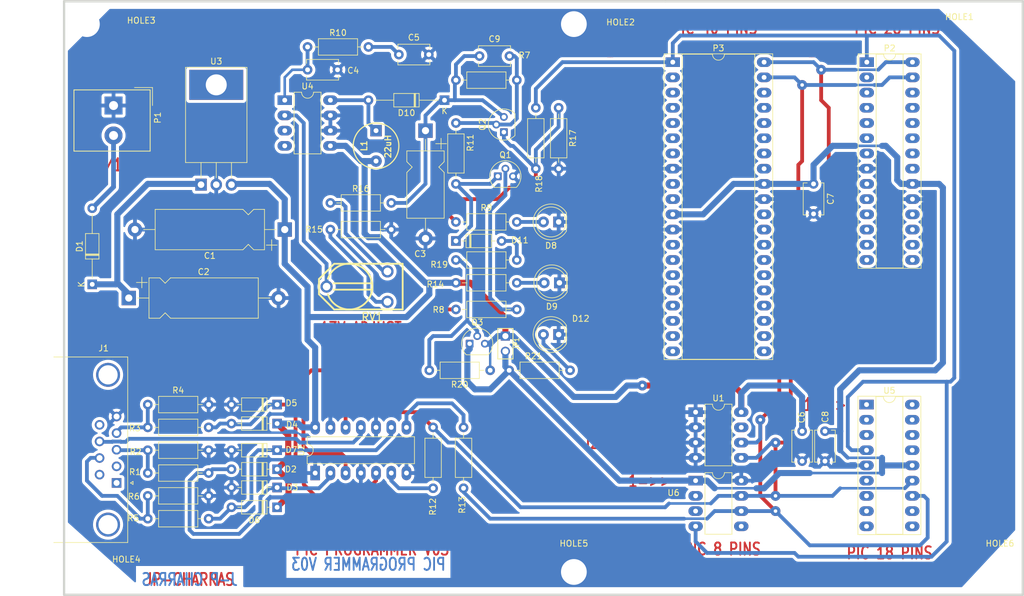
<source format=kicad_pcb>
(kicad_pcb (version 20230410) (generator pcbnew)
  (title_block (title "SERIAL PIC PROGRAMMER"))
  (layers (0 "F.Cu" signal "top_copper") (31 "B.Cu" signal "bottom_copper") (34 "B.Paste" user) (35 "F.Paste" user) (36 "B.SilkS" user "B.Silkscreen") (37 "F.SilkS" user "F.Silkscreen") (38 "B.Mask" user) (39 "F.Mask" user) (44 "Edge.Cuts" user))
  (net 0 "")
  (net 1 "Net-(D1-K)")
  (net 2 "Net-(U4-Vc)")
  (net 3 "GND")
  (net 4 "VCC")
  (net 5 "VPP")
  (net 6 "VCC_PIC")
  (net 7 "Net-(Q2-B)")
  (net 8 "/pic_programmer/PC-CLOCK-OUT")
  (net 9 "VPP-MCLR")
  (net 10 "CLOCK-RB6")
  (net 11 "DATA-RB7")
  (net 12 "Net-(D1-A)")
  (net 13 "Net-(D2-A)")
  (net 14 "Net-(C5-Pad1)")
  (net 15 "Net-(D4-A)")
  (net 16 "Net-(D6-A)")
  (net 17 "Net-(D8-A)")
  (net 18 "Net-(D9-A)")
  (net 19 "Net-(D10-A)")
  (net 20 "Net-(D11-K)")
  (net 21 "Net-(D11-A)")
  (net 22 "Net-(D12-A)")
  (net 25 "Net-(R8-Pad1)")
  (net 26 "Net-(R12-Pad1)")
  (net 27 "Net-(R13-Pad1)")
  (net 28 "Net-(R15-Pad1)")
  (net 29 "Net-(R16-Pad1)")
  (net 30 "Net-(Q1-B)")
  (net 31 "Net-(Q2-C)")
  (net 32 "/pic_programmer/VPP_ON")
  (net 33 "/pic_programmer/PC-DATA-OUT")
  (net 34 "/pic_programmer/PC-DATA-IN")
  (net 37 "Net-(Q3-B)")
  (net 38 "Net-(U4-FB+)")
  (footprint "Package_DIP:DIP-40_W15.24mm_Socket_LongPads" (layer "F.Cu") (at 175.26 50.8)
    (fp_text reference "P3")
    (fp_text value "SUPP40")
  )
  (footprint "pic_programmer_fp:MountingHole_4.3mm_M4_DIN965" (layer "F.Cu") (at 229.87 44.45)
    (fp_text reference "HOLE1")
    (fp_text value "P***")
  )
  (footprint "pic_programmer_fp:MountingHole_4.3mm_M4_DIN965" (layer "F.Cu") (at 229.87 135.89)
    (fp_text reference "HOLE6")
    (fp_text value "P***")
  )
  (footprint "pic_programmer_fp:MountingHole_4.3mm_M4_DIN965" (layer "F.Cu") (at 77.47 44.45)
    (fp_text reference "HOLE3")
    (fp_text value "P***")
  )
  (footprint "pic_programmer_fp:MountingHole_4.3mm_M4_DIN965" (layer "F.Cu") (at 77.47 135.89)
    (fp_text reference "HOLE4")
    (fp_text value "P***")
  )
  (footprint "pic_programmer_fp:MountingHole_4.3mm_M4_DIN965" (layer "F.Cu") (at 158.75 135.89)
    (fp_text reference "HOLE5")
    (fp_text value "P***")
  )
  (footprint "pic_programmer_fp:MountingHole_4.3mm_M4_DIN965" (layer "F.Cu") (at 158.75 44.45)
    (fp_text reference "HOLE2")
    (fp_text value "P***")
  )
  (footprint "Package_DIP:DIP-28_W7.62mm_Socket_LongPads" (layer "F.Cu") (at 207.645 50.8)
    (fp_text reference "P2")
    (fp_text value "SUPP28")
  )
  (footprint "Capacitor_THT:CP_Axial_L18.0mm_D6.5mm_P25.00mm_Horizontal" (layer "F.Cu") (at 110.49 78.74 180)
    (fp_text reference "C1")
    (fp_text value "100uF")
  )
  (footprint "Capacitor_THT:CP_Axial_L18.0mm_D6.5mm_P25.00mm_Horizontal" (layer "F.Cu") (at 84.455 90.17)
    (fp_text reference "C2")
    (fp_text value "220uF")
  )
  (footprint "Capacitor_THT:CP_Axial_L11.0mm_D6.0mm_P18.00mm_Horizontal" (layer "F.Cu") (at 133.985 62.23 -90)
    (fp_text reference "C3")
    (fp_text value "22uF/25V")
  )
  (footprint "Capacitor_THT:C_Disc_D5.1mm_W3.2mm_P5.00mm" (layer "F.Cu") (at 114.3 52.07)
    (fp_text reference "C4")
    (fp_text value "0")
  )
  (footprint "Capacitor_THT:C_Disc_D5.1mm_W3.2mm_P5.00mm" (layer "F.Cu") (at 129.54 49.53)
    (fp_text reference "C5")
    (fp_text value "10nF")
  )
  (footprint "Capacitor_THT:C_Disc_D5.1mm_W3.2mm_P5.00mm" (layer "F.Cu") (at 196.85 112.395 -90)
    (fp_text reference "C6")
    (fp_text value "100nF")
  )
  (footprint "Capacitor_THT:C_Disc_D5.1mm_W3.2mm_P5.00mm" (layer "F.Cu") (at 198.755 71.12 -90)
    (fp_text reference "C7")
    (fp_text value "100nF")
  )
  (footprint "Capacitor_THT:C_Disc_D5.1mm_W3.2mm_P5.00mm" (layer "F.Cu") (at 200.66 112.395 -90)
    (fp_text reference "C8")
    (fp_text value "100nF")
  )
  (footprint "Capacitor_THT:C_Disc_D5.1mm_W3.2mm_P5.00mm" (layer "F.Cu") (at 143.002 49.784)
    (fp_text reference "C9")
    (fp_text value "22OnF")
  )
  (footprint "Diode_THT:D_DO-35_SOD27_P12.70mm_Horizontal" (layer "F.Cu") (at 78.359 87.884 90)
    (fp_text reference "D1")
    (fp_text value "1N4004")
  )
  (footprint "pic_programmer_fp:D_DO-35_SOD27_P7.62mm_Horizontal" (layer "F.Cu") (at 109.22 118.745 180)
    (fp_text reference "D2")
    (fp_text value "BAT43")
  )
  (footprint "pic_programmer_fp:D_DO-35_SOD27_P7.62mm_Horizontal" (layer "F.Cu") (at 109.22 121.793 180)
    (fp_text reference "D3")
    (fp_text value "BAT43")
  )
  (footprint "pic_programmer_fp:D_DO-35_SOD27_P7.62mm_Horizontal" (layer "F.Cu") (at 109.22 111.125 180)
    (fp_text reference "D4")
    (fp_text value "BAT43")
  )
  (footprint "pic_programmer_fp:D_DO-35_SOD27_P7.62mm_Horizontal" (layer "F.Cu") (at 109.22 107.95 180)
    (fp_text reference "D5")
    (fp_text value "BAT43")
  )
  (footprint "pic_programmer_fp:D_DO-35_SOD27_P7.62mm_Horizontal" (layer "F.Cu") (at 109.22 125.095 180)
    (fp_text reference "D6")
    (fp_text value "BAT43")
  )
  (footprint "pic_programmer_fp:D_DO-35_SOD27_P7.62mm_Horizontal" (layer "F.Cu") (at 109.22 115.57 180)
    (fp_text reference "D7")
    (fp_text value "BAT43")
  )
  (footprint "LED_THT:LED_D5.0mm" (layer "F.Cu") (at 156.21 77.47 180)
    (fp_text reference "D8")
    (fp_text value "RED-LED")
  )
  (footprint "LED_THT:LED_D5.0mm" (layer "F.Cu") (at 156.337 87.63 180)
    (fp_text reference "D9")
    (fp_text value "GREEN-LED")
  )
  (footprint "Diode_THT:D_DO-35_SOD27_P12.70mm_Horizontal" (layer "F.Cu") (at 137.16 57.15 180)
    (fp_text reference "D10")
    (fp_text value "SCHOTTKY")
  )
  (footprint "pic_programmer_fp:D_DO-35_SOD27_P7.62mm_Horizontal" (layer "F.Cu") (at 139.065 80.645)
    (fp_text reference "D11")
    (fp_text value "BAT43")
  )
  (footprint "LED_THT:LED_D5.0mm" (layer "F.Cu") (at 156.21 96.266 180)
    (fp_text reference "D12")
    (fp_text value "YELLOW-LED")
  )
  (footprint "Connector_Dsub:DSUB-9_Female_Horizontal_P2.77x2.84mm_EdgePinOffset7.70mm_Housed_MountingHolesOffset9.12mm" (layer "F.Cu") (at 82.423 121.031 -90)
    (fp_text reference "J1")
    (fp_text value "DB9-FEMAL")
  )
  (footprint "pin_array:PIN_ARRAY_2X1" (layer "F.Cu") (at 147.32 97.79 -90)
    (fp_text reference "JP1")
    (fp_text value "JUMPER" hide)
  )
  (footprint "inductors:INDUCTOR_V" (layer "F.Cu") (at 125.73 64.77 -90)
    (fp_text reference "L1")
    (fp_text value "22uH")
  )
  (footprint "TerminalBlock_Altech:Altech_AK300_1x02_P5.00mm_45-Degree" (layer "F.Cu") (at 81.915 58.039 -90)
    (fp_text reference "P1")
    (fp_text value "CONN_2")
  )
  (footprint "pic_programmer_fp:TO-92" (layer "F.Cu") (at 146.05 69.85)
    (fp_text reference "Q1")
    (fp_text value "BC237")
  )
  (footprint "pic_programmer_fp:TO-92" (layer "F.Cu") (at 147.066 62.484 90)
    (fp_text reference "Q2")
    (fp_text value "BC307")
  )
  (footprint "pic_programmer_fp:TO-92" (layer "F.Cu") (at 141.351 97.79)
    (fp_text reference "Q3")
    (fp_text value "BC307")
  )
  (footprint "pic_programmer_fp:R_Axial_DIN0207_L6.3mm_D2.5mm_P10.16mm_Horizontal" (layer "F.Cu") (at 87.63 115.57)
    (fp_text reference "R2")
    (fp_text value "10K")
  )
  (footprint "pic_programmer_fp:R_Axial_DIN0207_L6.3mm_D2.5mm_P10.16mm_Horizontal" (layer "F.Cu") (at 87.63 111.76)
    (fp_text reference "R3")
    (fp_text value "10K")
  )
  (footprint "pic_programmer_fp:R_Axial_DIN0207_L6.3mm_D2.5mm_P10.16mm_Horizontal" (layer "F.Cu") (at 87.63 107.95)
    (fp_text reference "R4")
    (fp_text value "10K")
  )
  (footprint "pic_programmer_fp:R_Axial_DIN0207_L6.3mm_D2.5mm_P10.16mm_Horizontal" (layer "F.Cu") (at 87.63 127)
    (fp_text reference "R5")
    (fp_text value "10K")
  )
  (footprint "pic_programmer_fp:R_Axial_DIN0207_L6.3mm_D2.5mm_P10.16mm_Horizontal" (layer "F.Cu") (at 87.63 123.19)
    (fp_text reference "R6")
    (fp_text value "10K")
  )
  (footprint "pic_programmer_fp:R_Axial_DIN0207_L6.3mm_D2.5mm_P10.16mm_Horizontal" (layer "F.Cu") (at 139.065 53.7972)
    (fp_text reference "R7")
    (fp_text value "10K")
  )
  (footprint "pic_programmer_fp:R_Axial_DIN0207_L6.3mm_D2.5mm_P10.16mm_Horizontal" (layer "F.Cu") (at 139.065 92.075)
    (fp_text reference "R8")
    (fp_text value "1K")
  )
  (footprint "pic_programmer_fp:R_Axial_DIN0207_L6.3mm_D2.5mm_P10.16mm_Horizontal" (layer "F.Cu") (at 139.065 77.47)
    (fp_text reference "R9")
    (fp_text value "2.2K")
  )
  (footprint "pic_programmer_fp:R_Axial_DIN0207_L6.3mm_D2.5mm_P10.16mm_Horizontal" (layer "F.Cu") (at 114.3 48.26)
    (fp_text reference "R10")
    (fp_text value "5.1K")
  )
  (footprint "pic_programmer_fp:R_Axial_DIN0207_L6.3mm_D2.5mm_P10.16mm_Horizontal" (layer "F.Cu") (at 139.065 71.12 90)
    (fp_text reference "R11")
    (fp_text value "22K")
  )
  (footprint "pic_programmer_fp:R_Axial_DIN0207_L6.3mm_D2.5mm_P10.16mm_Horizontal" (layer "F.Cu") (at 135.255 121.92 90)
    (fp_text reference "R12")
    (fp_text value "470")
  )
  (footprint "pic_programmer_fp:R_Axial_DIN0207_L6.3mm_D2.5mm_P10.16mm_Horizontal" (layer "F.Cu") (at 140.335 111.76 -90)
    (fp_text reference "R13")
    (fp_text value "470")
  )
  (footprint "pic_programmer_fp:R_Axial_DIN0207_L6.3mm_D2.5mm_P10.16mm_Horizontal" (layer "F.Cu") (at 139.065 87.63)
    (fp_text reference "R14")
    (fp_text value "470")
  )
  (footprint "pic_programmer_fp:R_Axial_DIN0207_L6.3mm_D2.5mm_P10.16mm_Horizontal" (layer "F.Cu") (at 118.11 78.74)
    (fp_text reference "R15")
    (fp_text value "6.2K")
  )
  (footprint "pic_programmer_fp:R_Axial_DIN0207_L6.3mm_D2.5mm_P10.16mm_Horizontal" (layer "F.Cu") (at 156.21 58.42 -90)
    (fp_text reference "R17")
    (fp_text value "22K")
  )
  (footprint "pic_programmer_fp:R_Axial_DIN0207_L6.3mm_D2.5mm_P10.16mm_Horizontal" (layer "F.Cu") (at 152.4 68.58 90)
    (fp_text reference "R18")
    (fp_text value "220")
  )
  (footprint "pic_programmer_fp:R_Axial_DIN0207_L6.3mm_D2.5mm_P10.16mm_Horizontal" (layer "F.Cu") (at 149.225 83.82 180)
    (fp_text reference "R19")
    (fp_text value "2.2K")
  )
  (footprint "pic_programmer_fp:R_Axial_DIN0207_L6.3mm_D2.5mm_P10.16mm_Horizontal" (layer "F.Cu") (at 147.955 102.235)
    (fp_text reference "R21")
    (fp_text value "470")
  )
  (footprint "pic_programmer_fp:RV2X4" (layer "F.Cu") (at 127.635 90.805 180)
    (fp_text reference "RV1")
    (fp_text value "1K")
  )
  (footprint "Package_DIP:DIP-8_W7.62mm_LongPads" (layer "F.Cu") (at 179.07 109.22)
    (fp_text reference "U1")
    (fp_text value "24Cxx")
  )
  (footprint "Package_DIP:DIP-14_W7.62mm_LongPads" (layer "F.Cu") (at 115.57 119.38 90)
    (fp_text reference "U2")
    (fp_text value "74HC125")
  )
  (footprint "pic_programmer_fp:TO-220-3_Horizontal_TabDown" (layer "F.Cu") (at 96.52 71.247)
    (fp_text reference "U3")
    (fp_text value "7805")
  )
  (footprint "Package_DIP:DIP-8_W7.62mm_LongPads" (layer "F.Cu") (at 110.49 57.15)
    (fp_text reference "U4")
    (fp_text value "LT1373")
  )
  (footprint "Package_DIP:DIP-18_W7.62mm_Socket_LongPads" (layer "F.Cu") (at 207.6 107.95)
    (fp_text reference "U5")
    (fp_text value "PIC_18_PINS")
  )
  (footprint "Package_DIP:DIP-8_W7.62mm_LongPads" (layer "F.Cu") (at 179.07 120.65)
    (fp_text reference "U6")
    (fp_text value "PIC_8_PINS")
  )
  (footprint "pic_programmer_fp:R_Axial_DIN0207_L6.3mm_D2.5mm_P10.16mm_Horizontal" (layer "F.Cu") (at 87.63 119.38)
    (fp_text reference "R1")
    (fp_text value "10K")
  )
  (footprint "pic_programmer_fp:R_Axial_DIN0207_L6.3mm_D2.5mm_P10.16mm_Horizontal" (layer "F.Cu") (at 144.78 102.235 180)
    (fp_text reference "R20")
    (fp_text value "2.2K")
  )
  (footprint "pic_programmer_fp:R_Axial_DIN0207_L6.3mm_D2.5mm_P10.16mm_Horizontal" (layer "F.Cu") (at 118.11 74.295)
    (fp_text reference "R16")
    (fp_text value "62K")
  )
  (gr_line (start 173.99 40.64) (end 233.68 40.64) (stroke (width 0.381)) (layer "Edge.Cuts"))
  (gr_line (start 233.68 139.7) (end 73.66 139.7) (stroke (width 0.381)) (layer "Edge.Cuts"))
  (gr_line (start 73.66 40.64) (end 173.99 40.64) (stroke (width 0.381)) (layer "Edge.Cuts"))
  (gr_line (start 73.66 139.7) (end 73.66 40.64) (stroke (width 0.381)) (layer "Edge.Cuts"))
  (gr_line (start 233.68 40.64) (end 233.68 139.7) (stroke (width 0.381)) (layer "Edge.Cuts"))
  (gr_text "PIC 28 PINS" (at 212.725 45.085) (layer "F.Cu") (effects (font (size 2.032 1.524) (thickness 0.3048))))
  (gr_text "PIC 8 PINS" (at 183.515 132.08) (layer "F.Cu") (effects (font (size 2.032 1.524) (thickness 0.3048))))
  (gr_text "VCC ON" (at 163.322 96.901) (layer "F.Cu") (effects (font (size 2.032 1.524) (thickness 0.3048))))
  (gr_text "PIC PROGRAMMER V03" (at 125.095 132.08) (layer "F.Cu") (effects (font (size 2.032 1.524) (thickness 0.3048))))
  (gr_text "1=>>" (at 167.64 48.895) (layer "F.Cu") (effects (font (size 2.032 1.524) (thickness 0.3048))))
  (gr_text "PIC 40 PINS" (at 182.245 45.085) (layer "F.Cu") (effects (font (size 2.032 1.524) (thickness 0.3048))))
  (gr_text "1=>>" (at 171.45 109.22) (layer "F.Cu") (effects (font (size 2.032 1.524) (thickness 0.3048))))
  (gr_text "VPP ON" (at 163.449 76.835) (layer "F.Cu") (effects (font (size 2.032 1.524) (thickness 0.3048))))
  (gr_text "1=>>" (at 201.295 48.895) (layer "F.Cu") (effects (font (size 2.032 1.524) (thickness 0.3048))))
  (gr_text "JP-CHARRAS" (at 94.615 137.16) (layer "F.Cu") (effects (font (size 2.032 1.524) (thickness 0.3048))))
  (gr_text "I2C PROM" (at 166.37 114.3) (layer "F.Cu") (effects (font (size 2.032 1.524) (thickness 0.3048))))
  (gr_text "+8/12V" (at 81.534 67.945) (layer "F.Cu") (effects (font (size 2.032 1.524) (thickness 0.3048))))
  (gr_text "PIC 18 PINS" (at 211.455 132.715) (layer "F.Cu") (effects (font (size 2.032 1.524) (thickness 0.3048))))
  (gr_text "PWR ON" (at 163.449 88.011) (layer "F.Cu") (effects (font (size 2.032 1.524) (thickness 0.3048))))
  (gr_text "13V ADJUST" (at 123.19 95.25) (layer "F.Cu") (effects (font (size 2.032 1.524) (thickness 0.3048))))
  (gr_text "1=>>" (at 171.45 120.65) (layer "F.Cu") (effects (font (size 2.032 1.524) (thickness 0.3048))))
  (gr_text "1=>>" (at 200.66 107.95) (layer "F.Cu") (effects (font (size 2.032 1.524) (thickness 0.3048))))
  (gr_text "PIC PROGRAMMER V03" (at 124.46 134.62) (layer "B.Cu") (effects (font (size 2.032 1.524) (thickness 0.3048)) (justify mirror)))
  (gr_text "J-P CHARRAS" (at 94.615 137.16) (layer "B.Cu") (effects (font (size 2.032 1.524) (thickness 0.3048)) (justify mirror)))
  (segment (start 82.55 76.2) (end 87.63 71.12) (width 1.016) (layer "B.Cu") (net 1))
  (segment (start 82.296 87.884) (end 78.359 87.884) (width 1.016) (layer "B.Cu") (net 1))
  (segment (start 82.55 87.63) (end 82.55 76.2) (width 1.016) (layer "B.Cu") (net 1))
  (segment (start 84.455 89.535) (end 82.55 87.63) (width 1.016) (layer "B.Cu") (net 1))
  (segment (start 87.63 71.12) (end 96.52 71.12) (width 1.016) (layer "B.Cu") (net 1))
  (segment (start 82.55 87.63) (end 82.296 87.884) (width 1.016) (layer "B.Cu") (net 1))
  (segment (start 84.455 90.17) (end 84.455 89.535) (width 1.016) (layer "B.Cu") (net 1))
  (segment (start 114.3 48.26) (end 114.3 52.07) (width 0.635) (layer "B.Cu") (net 2))
  (segment (start 110.49 57.15) (end 110.49 53.34) (width 0.4318) (layer "B.Cu") (net 2))
  (segment (start 111.76 52.07) (end 114.3 52.07) (width 0.4318) (layer "B.Cu") (net 2))
  (segment (start 110.49 53.34) (end 111.76 52.07) (width 0.4318) (layer "B.Cu") (net 2))
  (segment (start 111.0742 116.8908) (end 109.22 118.745) (width 1.016) (layer "F.Cu") (net 4))
  (segment (start 139.065 87.63) (end 141.478 87.63) (width 1.016) (layer "F.Cu") (net 4))
  (segment (start 141.478 87.63) (end 147.32 93.472) (width 1.016) (layer "F.Cu") (net 4))
  (segment (start 111.125 120.65) (end 111.125 123.19) (width 1.016) (layer "F.Cu") (net 4))
  (segment (start 185.42 104.775) (end 186.69 106.045) (width 1.016) (layer "F.Cu") (net 4))
  (segment (start 147.32 93.472) (end 147.32 96.52) (width 1.016) (layer "F.Cu") (net 4))
  (segment (start 111.0742 113.0808) (end 111.0742 116.8908) (width 1.016) (layer "F.Cu") (net 4))
  (segment (start 110.49 112.395) (end 110.49 112.4966) (width 1.016) (layer "F.Cu") (net 4))
  (segment (start 110.49 112.4966) (end 111.0742 113.0808) (width 1.016) (layer "F.Cu") (net 4))
  (segment (start 109.22 118.745) (end 111.125 120.65) (width 1.016) (layer "F.Cu") (net 4))
  (segment (start 186.69 106.045) (end 186.69 109.22) (width 1.016) (layer "F.Cu") (net 4))
  (segment (start 111.125 123.19) (end 109.855 124.46) (width 1.016) (layer "F.Cu") (net 4))
  (segment (start 170.18 104.775) (end 185.42 104.775) (width 1.016) (layer "F.Cu") (net 4))
  (segment (start 109.22 111.125) (end 110.49 112.395) (width 1.016) (layer "F.Cu") (net 4))
  (via (at 170.18 104.775) (size 1.651) (drill 0.6) (layers "F.Cu" "B.Cu") (net 4))
  (segment (start 123.19 67.31) (end 120.65 64.77) (width 1.016) (layer "B.Cu") (net 4))
  (segment (start 101.6 71.12) (end 107.95 71.12) (width 1.016) (layer "B.Cu") (net 4))
  (segment (start 134.62 89.535) (end 134.62 87.63) (width 1.016) (layer "B.Cu") (net 4))
  (segment (start 123.825 67.31) (end 123.19 67.31) (width 1.016) (layer "B.Cu") (net 4))
  (segment (start 147.32 96.52) (end 146.05 96.52) (width 1.016) (layer "B.Cu") (net 4))
  (segment (start 158.75 106.68) (end 165.735 106.68) (width 1.016) (layer "B.Cu") (net 4))
  (segment (start 126.365 80.01) (end 124.46 80.01) (width 1.016) (layer "B.Cu") (net 4))
  (segment (start 118.11 64.77) (end 120.65 64.77) (width 1.016) (layer "B.Cu") (net 4))
  (segment (start 114.3 93.345) (end 114.3 97.155) (width 1.016) (layer "B.Cu") (net 4))
  (segment (start 114.3 93.345) (end 130.81 93.345) (width 1.016) (layer "B.Cu") (net 4))
  (segment (start 114.3 97.155) (end 115.57 98.425) (width 1.016) (layer "B.Cu") (net 4))
  (segment (start 186.69 106.045) (end 187.96 104.775) (width 1.016) (layer "B.Cu") (net 4))
  (segment (start 115.57 98.425) (end 115.57 111.76) (width 1.016) (layer "B.Cu") (net 4))
  (segment (start 130.81 93.345) (end 134.62 89.535) (width 1.016) (layer "B.Cu") (net 4))
  (segment (start 165.735 106.68) (end 167.64 104.775) (width 1.016) (layer "B.Cu") (net 4))
  (segment (start 148.59 96.52) (end 158.75 106.68) (width 1.016) (layer "B.Cu") (net 4))
  (segment (start 124.46 80.01) (end 123.825 79.375) (width 1.016) (layer "B.Cu") (net 4))
  (segment (start 113.3856 111.76) (end 115.57 111.76) (width 1.016) (layer "B.Cu") (net 4))
  (segment (start 196.85 112.395) (end 196.85 106.68) (width 1.016) (layer "B.Cu") (net 4))
  (segment (start 134.62 87.63) (end 133.985 87.63) (width 1.016) (layer "B.Cu") (net 4))
  (segment (start 146.05 96.52) (end 144.78 97.79) (width 1.016) (layer "B.Cu") (net 4))
  (segment (start 144.78 102.235) (end 144.78 97.79) (width 0.4) (layer "B.Cu") (net 4))
  (segment (start 144.78 97.79) (end 143.891 97.79) (width 1.016) (layer "B.Cu") (net 4))
  (segment (start 109.22 111.125) (end 112.7506 111.125) (width 1.016) (layer "B.Cu") (net 4))
  (segment (start 125.73 67.31) (end 123.825 67.31) (width 1.016) (layer "B.Cu") (net 4))
  (segment (start 167.64 104.775) (end 170.18 104.775) (width 1.016) (layer "B.Cu") (net 4))
  (segment (start 139.065 87.63) (end 134.62 87.63) (width 1.016) (layer "B.Cu") (net 4))
  (segment (start 114.3 88.265) (end 114.3 93.345) (width 1.016) (layer "B.Cu") (net 4))
  (segment (start 110.49 73.66) (end 107.95 71.12) (width 1.016) (layer "B.Cu") (net 4))
  (segment (start 196.85 106.68) (end 194.945 104.775) (width 1.016) (layer "B.Cu") (net 4))
  (segment (start 147.32 96.52) (end 148.59 96.52) (width 1.016) (layer "B.Cu") (net 4))
  (segment (start 186.69 109.22) (end 186.69 106.045) (width 1.016) (layer "B.Cu") (net 4))
  (segment (start 112.7506 111.125) (end 113.3856 111.76) (width 1.016) (layer "B.Cu") (net 4))
  (segment (start 133.985 87.63) (end 126.365 80.01) (width 1.016) (layer "B.Cu") (net 4))
  (segment (start 187.96 104.775) (end 194.945 104.775) (width 1.016) (layer "B.Cu") (net 4))
  (segment (start 123.825 79.375) (end 123.825 67.31) (width 1.016) (layer "B.Cu") (net 4))
  (segment (start 110.49 78.74) (end 110.49 73.66) (width 1.016) (layer "B.Cu") (net 4))
  (segment (start 110.49 84.455) (end 114.3 88.265) (width 1.016) (layer "B.Cu") (net 4))
  (segment (start 110.49 78.74) (end 110.49 84.455) (width 1.016) (layer "B.Cu") (net 4))
  (segment (start 138.8872 53.975) (end 139.065 53.7972) (width 0.635) (layer "B.Cu") (net 5))
  (segment (start 138.8872 57.15) (end 138.8872 53.975) (width 0.635) (layer "B.Cu") (net 5))
  (segment (start 137.16 57.15) (end 138.8872 57.15) (width 0.635) (layer "B.Cu") (net 5))
  (segment (start 130.81 74.295) (end 128.27 74.295) (width 0.635) (layer "B.Cu") (net 5))
  (segment (start 133.985 62.23) (end 133.985 71.12) (width 0.635) (layer "B.Cu") (net 5))
  (segment (start 138.8872 57.15) (end 143.51 57.15) (width 0.635) (layer "B.Cu") (net 5))
  (segment (start 133.985 62.23) (end 133.985 59.69) (width 0.635) (layer "B.Cu") (net 5))
  (segment (start 136.525 57.15) (end 137.16 57.15) (width 0.635) (layer "B.Cu") (net 5))
  (segment (start 133.985 71.12) (end 130.81 74.295) (width 0.635) (layer "B.Cu") (net 5))
  (segment (start 139.065 51.181) (end 140.462 49.784) (width 0.635) (layer "B.Cu") (net 5))
  (segment (start 139.065 53.7972) (end 139.065 51.181) (width 0.635) (layer "B.Cu") (net 5))
  (segment (start 143.51 57.15) (end 147.066 59.944) (width 0.635) (layer "B.Cu") (net 5))
  (segment (start 136.525 57.15) (end 133.985 59.69) (width 0.635) (layer "B.Cu") (net 5))
  (segment (start 140.462 49.784) (end 143.002 49.784) (width 0.635) (layer "B.Cu") (net 5))
  (segment (start 190.5 121.92) (end 193.04 119.38) (width 1.016) (layer "B.Cu") (net 6))
  (segment (start 204.47 116.84) (end 210.185 116.84) (width 0.4318) (layer "B.Cu") (net 6))
  (segment (start 219.075 102.235) (end 220.345 100.965) (width 1.016) (layer "B.Cu") (net 6))
  (segment (start 175.26 76.2) (end 180.34 76.2) (width 1.016) (layer "B.Cu") (net 6))
  (segment (start 185.42 71.12) (end 190.5 71.12) (width 1.016) (layer "B.Cu") (net 6))
  (segment (start 210.185 119.38) (end 210.185 118.11) (width 1.016) (layer "B.Cu") (net 6))
  (segment (start 141.351 98.679) (end 141.351 97.79) (width 1.016) (layer "B.Cu") (net 6))
  (segment (start 198.12 119.38) (end 210.185 119.38) (width 0.4318) (layer "B.Cu") (net 6))
  (segment (start 203.2 105.41) (end 203.2 112.395) (width 1.016) (layer "B.Cu") (net 6))
  (segment (start 201.93 64.77) (end 205.74 64.77) (width 1.016) (layer "B.Cu") (net 6))
  (segment (start 166.37 120.65) (end 147.955 102.235) (width 1.016) (layer "B.Cu") (net 6))
  (segment (start 179.07 120.65) (end 180.975 120.65) (width 1.016) (layer "B.Cu") (net 6))
  (segment (start 144.78 105.41) (end 142.24 105.41) (width 1.016) (layer "B.Cu") (net 6))
  (segment (start 220.345 100.965) (end 220.345 71.755) (width 1.016) (layer "B.Cu") (net 6))
  (segment (start 212.725 70.485) (end 213.36 71.12) (width 1.016) (layer "B.Cu") (net 6))
  (segment (start 213.36 71.12) (end 215.265 71.12) (width 1.016) (layer "B.Cu") (net 6))
  (segment (start 189.23 121.92) (end 190.5 121.92) (width 1.016) (layer "B.Cu") (net 6))
  (segment (start 219.71 71.12) (end 215.265 71.12) (width 1.016) (layer "B.Cu") (net 6))
  (segment (start 203.2 112.395) (end 203.2 115.57) (width 1.016) (layer "B.Cu") (net 6))
  (segment (start 203.2 105.41) (end 206.375 102.235) (width 1.016) (layer "B.Cu") (net 6))
  (segment (start 179.07 120.65) (end 166.37 120.65) (width 1.016) (layer "B.Cu") (net 6))
  (segment (start 210.185 118.11) (end 210.185 116.84) (width 1.016) (layer "B.Cu") (net 6))
  (segment (start 147.32 99.06) (end 147.32 101.6) (width 1.016) (layer "B.Cu") (net 6))
  (segment (start 200.66 112.395) (end 203.2 112.395) (width 1.016) (layer "B.Cu") (net 6))
  (segment (start 210.185 64.77) (end 210.82 64.77) (width 1.016) (layer "B.Cu") (net 6))
  (segment (start 210.82 64.77) (end 212.725 66.675) (width 1.016) (layer "B.Cu") (net 6))
  (segment (start 190.5 71.12) (end 198.755 71.12) (width 1.016) (layer "B.Cu") (net 6))
  (segment (start 140.97 99.06) (end 141.351 98.679) (width 1.016) (layer "B.Cu") (net 6))
  (segment (start 198.755 71.12) (end 198.755 67.945) (width 1.016) (layer "B.Cu") (net 6))
  (segment (start 206.375 102.235) (end 219.075 102.235) (width 1.016) (layer "B.Cu") (net 6))
  (segment (start 198.755 67.945) (end 201.93 64.77) (width 1.016) (layer "B.Cu") (net 6))
  (segment (start 142.24 105.41) (end 140.97 104.14) (width 1.016) (layer "B.Cu") (net 6))
  (segment (start 140.97 104.14) (end 140.97 99.06) (width 1.016) (layer "B.Cu") (net 6))
  (segment (start 205.74 64.77) (end 210.185 64.77) (width 0.4318) (layer "B.Cu") (net 6))
  (segment (start 182.245 121.92) (end 189.23 121.92) (width 0.4318) (layer "B.Cu") (net 6))
  (segment (start 193.04 119.38) (end 198.12 119.38) (width 1.016) (layer "B.Cu") (net 6))
  (segment (start 203.2 115.57) (end 204.47 116.84) (width 0.635) (layer "B.Cu") (net 6))
  (segment (start 147.955 102.235) (end 144.78 105.41) (width 1.016) (layer "B.Cu") (net 6))
  (segment (start 212.725 66.675) (end 212.725 70.485) (width 1.016) (layer "B.Cu") (net 6))
  (segment (start 220.345 71.755) (end 219.71 71.12) (width 1.016) (layer "B.Cu") (net 6))
  (segment (start 147.32 101.6) (end 147.955 102.235) (width 1.016) (layer "B.Cu") (net 6))
  (segment (start 210.185 118.11) (end 215.265 118.11) (width 1.016) (layer "B.Cu") (net 6))
  (segment (start 180.975 120.65) (end 182.245 121.92) (width 1.016) (layer "B.Cu") (net 6))
  (segment (start 180.34 76.2) (end 185.42 71.12) (width 1.016) (layer "B.Cu") (net 6))
  (segment (start 145.542 60.96) (end 145.796 61.214) (width 0.635) (layer "B.Cu") (net 7))
  (segment (start 149.225 60.198) (end 148.209 61.214) (width 0.635) (layer "B.Cu") (net 7))
  (segment (start 149.225 50.165) (end 149.225 60.198) (width 0.635) (layer "B.Cu") (net 7))
  (segment (start 139.065 60.96) (end 145.542 60.96) (width 0.635) (layer "B.Cu") (net 7))
  (segment (start 148.082 49.784) (end 148.844 49.784) (width 0.635) (layer "B.Cu") (net 7))
  (segment (start 148.209 61.214) (end 145.796 61.214) (width 0.635) (layer "B.Cu") (net 7))
  (segment (start 148.844 49.784) (end 149.225 50.165) (width 0.635) (layer "B.Cu") (net 7))
  (segment (start 82.55 123.19) (end 80.01 123.19) (width 0.635) (layer "B.Cu") (net 8))
  (segment (start 80.01 123.19) (end 77.47 120.65) (width 0.635) (layer "B.Cu") (net 8))
  (segment (start 77.47 117.475) (end 78.105 116.84) (width 0.635) (layer "B.Cu") (net 8))
  (segment (start 87.63 127) (end 87.63 123.19) (width 0.635) (layer "B.Cu") (net 8))
  (segment (start 78.105 116.84) (end 80.01 116.84) (width 0.635) (layer "B.Cu") (net 8))
  (segment (start 77.47 120.65) (end 77.47 117.475) (width 0.635) (layer "B.Cu") (net 8))
  (segment (start 87.63 127) (end 86.36 127) (width 0.635) (layer "B.Cu") (net 8))
  (segment (start 86.36 127) (end 82.55 123.19) (width 0.635) (layer "B.Cu") (net 8))
  (segment (start 218.44 133.35) (end 220.98 130.81) (width 0.635) (layer "B.Cu") (net 9))
  (segment (start 207.645 46.355) (end 176.53 46.355) (width 0.635) (layer "B.Cu") (net 9))
  (segment (start 222.25 48.895) (end 219.71 46.355) (width 0.635) (layer "B.Cu") (net 9))
  (segment (start 221.615 104.14) (end 220.98 104.14) (width 0.635) (layer "B.Cu") (net 9))
  (segment (start 207.645 50.8) (end 207.645 46.355) (width 0.635) (layer "B.Cu") (net 9))
  (segment (start 205.105 115.57) (end 204.47 114.935) (width 0.635) (layer "B.Cu") (net 9))
  (segment (start 207.645 115.57) (end 205.105 115.57) (width 0.635) (layer "B.Cu") (net 9))
  (segment (start 156.845 50.8) (end 152.4 55.245) (width 0.635) (layer "B.Cu") (net 9))
  (segment (start 179.07 130.81) (end 179.07 128.27) (width 0.635) (layer "B.Cu") (net 9))
  (segment (start 221.615 104.14) (end 222.25 103.505) (width 0.635) (layer "B.Cu") (net 9))
  (segment (start 222.25 48.895) (end 222.25 103.505) (width 0.635) (layer "B.Cu") (net 9))
  (segment (start 175.26 47.625) (end 176.53 46.355) (width 0.635) (layer "B.Cu") (net 9))
  (segment (start 175.26 50.8) (end 175.26 47.625) (width 0.635) (layer "B.Cu") (net 9))
  (segment (start 220.98 130.81) (end 220.98 104.14) (width 0.635) (layer "B.Cu") (net 9))
  (segment (start 195.58 132.715) (end 196.215 133.35) (width 0.635) (layer "B.Cu") (net 9))
  (segment (start 152.4 55.245) (end 152.4 58.42) (width 0.635) (layer "B.Cu") (net 9))
  (segment (start 179.07 130.81) (end 180.975 132.715) (width 0.635) (layer "B.Cu") (net 9))
  (segment (start 156.845 50.8) (end 175.26 50.8) (width 0.635) (layer "B.Cu") (net 9))
  (segment (start 204.47 114.935) (end 204.47 106.68) (width 0.635) (layer "B.Cu") (net 9))
  (segment (start 219.71 46.355) (end 207.645 46.355) (width 0.635) (layer "B.Cu") (net 9))
  (segment (start 204.47 106.68) (end 207.01 104.14) (width 0.635) (layer "B.Cu") (net 9))
  (segment (start 196.215 133.35) (end 218.44 133.35) (width 0.635) (layer "B.Cu") (net 9))
  (segment (start 195.58 132.715) (end 180.975 132.715) (width 0.635) (layer "B.Cu") (net 9))
  (segment (start 207.01 104.14) (end 220.98 104.14) (width 0.635) (layer "B.Cu") (net 9))
  (segment (start 196.215 67.945) (end 196.85 67.31) (width 0.635) (layer "F.Cu") (net 10))
  (segment (start 189.865 123.19) (end 192.405 125.73) (width 0.635) (layer "F.Cu") (net 10))
  (segment (start 189.865 110.49) (end 189.865 123.19) (width 0.635) (layer "F.Cu") (net 10))
  (segment (start 196.85 67.31) (end 196.85 54.61) (width 0.635) (layer "F.Cu") (net 10))
  (segment (start 193.04 107.315) (end 193.04 75.565) (width 0.635) (layer "F.Cu") (net 10))
  (segment (start 196.215 72.39) (end 196.215 67.945) (width 0.635) (layer "F.Cu") (net 10))
  (segment (start 193.04 107.315) (end 189.865 110.49) (width 0.635) (layer "F.Cu") (net 10))
  (segment (start 193.04 75.565) (end 196.215 72.39) (width 0.635) (layer "F.Cu") (net 10))
  (via (at 189.865 110.49) (size 1.651) (drill 0.6) (layers "F.Cu" "B.Cu") (net 10))
  (via (at 192.405 125.73) (size 1.651) (drill 0.6) (layers "F.Cu" "B.Cu") (net 10))
  (via (at 196.85 54.61) (size 1.651) (drill 0.6) (layers "F.Cu" "B.Cu") (net 10))
  (segment (start 190.5 53.34) (end 195.58 53.34) (width 0.635) (layer "B.Cu") (net 10))
  (segment (start 217.17 123.19) (end 215.265 123.19) (width 0.635) (layer "B.Cu") (net 10))
  (segment (start 144.78 127) (end 177.165 127) (width 0.635) (layer "B.Cu") (net 10))
  (segment (start 177.165 127) (end 180.975 127) (width 0.4318) (layer "B.Cu") (net 10))
  (segment (start 182.245 125.73) (end 180.975 127) (width 0.635) (layer "B.Cu") (net 10))
  (segment (start 216.535 131.445) (end 217.805 130.175) (width 0.635) (layer "B.Cu") (net 10))
  (segment (start 182.245 125.73) (end 186.69 125.73) (width 0.635) (layer "B.Cu") (net 10))
  (segment (start 189.865 113.665) (end 189.23 114.3) (width 0.635) (layer "B.Cu") (net 10))
  (segment (start 211.455 53.34) (end 210.185 54.61) (width 0.635) (layer "B.Cu") (net 10))
  (segment (start 198.12 131.445) (end 216.535 131.445) (width 0.635) (layer "B.Cu") (net 10))
  (segment (start 205.74 54.61) (end 208.915 54.61) (width 0.4318) (layer "B.Cu") (net 10))
  (segment (start 196.85 54.61) (end 205.74 54.61) (width 0.635) (layer "B.Cu") (net 10))
  (segment (start 217.805 130.175) (end 217.805 123.825) (width 0.635) (layer "B.Cu") (net 10))
  (segment (start 210.185 54.61) (end 208.915 54.61) (width 0.635) (layer "B.Cu") (net 10))
  (segment (start 189.23 114.3) (end 186.69 114.3) (width 0.635) (layer "B.Cu") (net 10))
  (segment (start 211.455 53.34) (end 215.265 53.34) (width 0.635) (layer "B.Cu") (net 10))
  (segment (start 189.865 110.49) (end 189.865 113.665) (width 0.635) (layer "B.Cu") (net 10))
  (segment (start 140.335 122.555) (end 144.78 127) (width 0.635) (layer "B.Cu") (net 10))
  (segment (start 192.405 125.73) (end 198.12 131.445) (width 0.635) (layer "B.Cu") (net 10))
  (segment (start 195.58 53.34) (end 196.85 54.61) (width 0.635) (layer "B.Cu") (net 10))
  (segment (start 140.335 121.92) (end 140.335 122.555) (width 0.635) (layer "B.Cu") (net 10))
  (segment (start 186.69 125.73) (end 192.405 125.73) (width 0.635) (layer "B.Cu") (net 10))
  (segment (start 217.805 123.825) (end 217.17 123.19) (width 0.635) (layer "B.Cu") (net 10))
  (segment (start 120.65 109.855) (end 121.285 109.22) (width 0.635) (layer "F.Cu") (net 11))
  (segment (start 120.65 111.76) (end 120.65 109.855) (width 0.635) (layer "F.Cu") (net 11))
  (segment (start 201.295 85.09) (end 194.945 91.44) (width 0.635) (layer "F.Cu") (net 11))
  (segment (start 121.285 109.22) (end 132.715 109.22) (width 0.635) (layer "F.Cu") (net 11))
  (segment (start 192.405 114.3) (end 192.405 123.19) (width 0.635) (layer "F.Cu") (net 11))
  (segment (start 194.31 114.3) (end 192.405 114.3) (width 0.635) (layer "F.Cu") (net 11))
  (segment (start 194.945 113.665) (end 194.31 114.3) (width 0.635) (layer "F.Cu") (net 11))
  (segment (start 200.025 57.15) (end 200.025 52.07) (width 0.635) (layer "F.Cu") (net 11))
  (segment (start 200.025 57.15) (end 201.295 58.42) (width 0.635) (layer "F.Cu") (net 11))
  (segment (start 194.945 91.44) (end 194.945 113.665) (width 0.635) (layer "F.Cu") (net 11))
  (segment (start 201.295 58.42) (end 201.295 85.09) (width 0.635) (layer "F.Cu") (net 11))
  (segment (start 132.715 109.22) (end 135.255 111.76) (width 0.635) (layer "F.Cu") (net 11))
  (via (at 192.405 114.3) (size 1.651) (drill 0.6) (layers "F.Cu" "B.Cu") (net 11))
  (via (at 192.405 123.19) (size 1.651) (drill 0.6) (layers "F.Cu" "B.Cu") (net 11))
  (via (at 200.025 52.07) (size 1.651) (drill 0.6) (layers "F.Cu" "B.Cu") (net 11))
  (segment (start 135.255 111.76) (end 137.795 114.3) (width 0.635) (layer "B.Cu") (net 11))
  (segment (start 181.61 124.46) (end 182.88 123.19) (width 0.635) (layer "B.Cu") (net 11))
  (segment (start 189.23 116.84) (end 186.69 116.84) (width 0.635) (layer "B.Cu") (net 11))
  (segment (start 182.88 123.19) (end 186.69 123.19) (width 0.635) (layer "B.Cu") (net 11))
  (segment (start 209.55 52.07) (end 210.82 50.8) (width 0.635) (layer "B.Cu") (net 11))
  (segment (start 215.265 50.8) (end 210.82 50.8) (width 0.635) (layer "B.Cu") (net 11))
  (segment (start 149.86 125.095) (end 173.99 125.095) (width 0.635) (layer "B.Cu") (net 11))
  (segment (start 198.755 50.8) (end 200.025 52.07) (width 0.635) (layer "B.Cu") (net 11))
  (segment (start 192.405 114.3) (end 191.77 114.3) (width 0.635) (layer "B.Cu") (net 11))
  (segment (start 200.025 52.07) (end 205.74 52.07) (width 0.635) (layer "B.Cu") (net 11))
  (segment (start 173.99 125.095) (end 174.625 124.46) (width 0.635) (layer "B.Cu") (net 11))
  (segment (start 201.93 123.19) (end 203.2 121.92) (width 0.635) (layer "B.Cu") (net 11))
  (segment (start 190.5 50.8) (end 198.755 50.8) (width 0.635) (layer "B.Cu") (net 11))
  (segment (start 139.065 114.3) (end 149.86 125.095) (width 0.635) (layer "B.Cu") (net 11))
  (segment (start 186.69 123.19) (end 192.405 123.19) (width 0.635) (layer "B.Cu") (net 11))
  (segment (start 203.2 121.92) (end 213.995 121.92) (width 0.4318) (layer "B.Cu") (net 11))
  (segment (start 191.77 114.3) (end 189.23 116.84) (width 0.635) (layer "B.Cu") (net 11))
  (segment (start 174.625 124.46) (end 181.61 124.46) (width 0.4318) (layer "B.Cu") (net 11))
  (segment (start 137.795 114.3) (end 139.065 114.3) (width 0.635) (layer "B.Cu") (net 11))
  (segment (start 192.405 123.19) (end 201.93 123.19) (width 0.635) (layer "B.Cu") (net 11))
  (segment (start 205.74 52.07) (end 209.55 52.07) (width 0.4318) (layer "B.Cu") (net 11))
  (segment (start 213.995 121.92) (end 215.265 120.65) (width 0.635) (layer "B.Cu") (net 11))
  (segment (start 78.359 75.184) (end 81.915 71.628) (width 0.8) (layer "B.Cu") (net 12))
  (segment (start 81.915 71.628) (end 81.915 63.039) (width 0.8) (layer "B.Cu") (net 12))
  (segment (start 109.22 121.92) (end 116.205 121.92) (width 0.635) (layer "B.Cu") (net 13))
  (segment (start 95.25 129.54) (end 102.87 129.54) (width 0.635) (layer "B.Cu") (net 13))
  (segment (start 97.79 119.38) (end 98.425 118.745) (width 0.635) (layer "B.Cu") (net 13))
  (segment (start 94.615 120.65) (end 94.615 128.905) (width 0.635) (layer "B.Cu") (net 13))
  (segment (start 94.615 128.905) (end 95.25 129.54) (width 0.635) (layer "B.Cu") (net 13))
  (segment (start 106.426 125.984) (end 106.426 123.3932) (width 0.635) (layer "B.Cu") (net 13))
  (segment (start 98.425 118.745) (end 101.6 118.745) (width 0.635) (layer "B.Cu") (net 13))
  (segment (start 118.11 120.015) (end 118.11 119.38) (width 0.635) (layer "B.Cu") (net 13))
  (segment (start 95.885 119.38) (end 94.615 120.65) (width 0.635) (layer "B.Cu") (net 13))
  (segment (start 97.79 119.38) (end 95.885 119.38) (width 0.635) (layer "B.Cu") (net 13))
  (segment (start 107.8992 121.92) (end 109.22 121.92) (width 0.635) (layer "B.Cu") (net 13))
  (segment (start 116.205 121.92) (end 118.11 120.015) (width 0.635) (layer "B.Cu") (net 13))
  (segment (start 102.87 129.54) (end 106.426 125.984) (width 0.635) (layer "B.Cu") (net 13))
  (segment (start 106.426 123.3932) (end 107.8992 121.92) (width 0.635) (layer "B.Cu") (net 13))
  (segment (start 128.27 48.26) (end 129.54 49.53) (width 0.635) (layer "B.Cu") (net 14))
  (segment (start 124.46 48.26) (end 128.27 48.26) (width 0.635) (layer "B.Cu") (net 14))
  (segment (start 112.2934 117.3734) (end 113.665 118.745) (width 0.635) (layer "F.Cu") (net 15))
  (segment (start 125.73 120.65) (end 125.73 119.38) (width 0.635) (layer "F.Cu") (net 15))
  (segment (start 109.22 107.95) (end 111.125 107.95) (width 0.635) (layer "F.Cu") (net 15))
  (segment (start 111.125 107.95) (end 112.2934 109.1184) (width 0.635) (layer "F.Cu") (net 15))
  (segment (start 123.19 123.19) (end 125.73 120.65) (width 0.635) (layer "F.Cu") (net 15))
  (segment (start 112.2934 109.1184) (end 112.2934 117.3734) (width 0.635) (layer "F.Cu") (net 15))
  (segment (start 115.57 123.19) (end 123.19 123.19) (width 0.635) (layer "F.Cu") (net 15))
  (segment (start 113.665 118.745) (end 113.665 121.285) (width 0.635) (layer "F.Cu") (net 15))
  (segment (start 113.665 121.285) (end 115.57 123.19) (width 0.635) (layer "F.Cu") (net 15))
  (segment (start 107.95 107.95) (end 109.22 107.95) (width 0.635) (layer "B.Cu") (net 15))
  (segment (start 106.807 109.093) (end 107.95 107.95) (width 0.635) (layer "B.Cu") (net 15))
  (segment (start 106.807 109.22) (end 104.775 111.252) (width 0.635) (layer "B.Cu") (net 15))
  (segment (start 106.807 109.22) (end 106.807 109.093) (width 0.635) (layer "B.Cu") (net 15))
  (segment (start 104.775 111.252) (end 101.727 111.252) (width 0.635) (layer "B.Cu") (net 15))
  (segment (start 99.695 111.125) (end 101.6 111.125) (width 0.635) (layer "B.Cu") (net 15))
  (segment (start 97.79 111.76) (end 99.06 111.76) (width 0.635) (layer "B.Cu") (net 15))
  (segment (start 101.727 111.252) (end 101.6 111.125) (width 0.635) (layer "B.Cu") (net 15))
  (segment (start 99.06 111.76) (end 99.695 111.125) (width 0.635) (layer "B.Cu") (net 15))
  (segment (start 109.22 115.57) (end 125.73 115.57) (width 0.635) (layer "B.Cu") (net 16))
  (segment (start 103.8098 125.095) (end 101.6 125.095) (width 0.635) (layer "B.Cu") (net 16))
  (segment (start 99.695 127) (end 101.6 125.095) (width 0.635) (layer "B.Cu") (net 16))
  (segment (start 106.045 115.57) (end 104.9274 116.6876) (width 0.635) (layer "B.Cu") (net 16))
  (segment (start 99.695 127) (end 97.79 127) (width 0.635) (layer "B.Cu") (net 16))
  (segment (start 128.27 111.76) (end 128.27 113.03) (width 0.635) (layer "B.Cu") (net 16))
  (segment (start 104.9274 123.9774) (end 103.8098 125.095) (width 0.635) (layer "B.Cu") (net 16))
  (segment (start 128.27 113.03) (end 125.73 115.57) (width 0.635) (layer "B.Cu") (net 16))
  (segment (start 104.9274 116.6876) (end 104.9274 123.9774) (width 0.635) (layer "B.Cu") (net 16))
  (segment (start 109.22 115.57) (end 106.045 115.57) (width 0.635) (layer "B.Cu") (net 16))
  (segment (start 153.67 77.47) (end 149.225 77.47) (width 0.635) (layer "B.Cu") (net 17))
  (segment (start 153.67 87.63) (end 149.225 87.63) (width 0.635) (layer "B.Cu") (net 18))
  (segment (start 118.11 57.15) (end 124.46 57.15) (width 0.635) (layer "B.Cu") (net 19))
  (segment (start 124.46 57.15) (end 124.46 60.96) (width 0.635) (layer "B.Cu") (net 19))
  (segment (start 124.46 60.96) (end 125.73 62.23) (width 0.635) (layer "B.Cu") (net 19))
  (segment (start 141.605 73.66) (end 141.605 78.105) (width 0.635) (layer "B.Cu") (net 20))
  (segment (start 144.78 71.12) (end 139.065 71.12) (width 0.635) (layer "B.Cu") (net 20))
  (segment (start 139.065 71.12) (end 141.605 73.66) (width 0.635) (layer "B.Cu") (net 20))
  (segment (start 144.78 71.12) (end 146.05 69.85) (width 0.635) (layer "B.Cu") (net 20))
  (segment (start 141.605 78.105) (end 139.065 80.645) (width 0.635) (layer "B.Cu") (net 20))
  (segment (start 149.225 81.28) (end 149.225 83.82) (width 0.635) (layer "B.Cu") (net 21))
  (segment (start 148.59 80.645) (end 149.225 81.28) (width 0.635) (layer "B.Cu") (net 21))
  (segment (start 146.685 80.645) (end 148.59 80.645) (width 0.635) (layer "B.Cu") (net 21))
  (segment (start 153.67 97.79) (end 153.67 96.266) (width 0.635) (layer "B.Cu") (net 22))
  (segment (start 153.67 97.79) (end 158.115 102.235) (width 0.635) (layer "B.Cu") (net 22))
  (segment (start 113.6142 103.5558) (end 113.6142 114.8842) (width 0.635) (layer "F.Cu") (net 25))
  (segment (start 114.935 102.235) (end 113.6142 103.5558) (width 0.635) (layer "F.Cu") (net 25))
  (segment (start 120.015 116.205) (end 120.65 116.84) (width 0.635) (layer "F.Cu") (net 25))
  (segment (start 135.89 92.075) (end 125.73 102.235) (width 0.635) (layer "F.Cu") (net 25))
  (segment (start 114.935 116.205) (end 120.015 116.205) (width 0.635) (layer "F.Cu") (net 25))
  (segment (start 113.6142 114.8842) (end 114.935 116.205) (width 0.635) (layer "F.Cu") (net 25))
  (segment (start 125.73 102.235) (end 114.935 102.235) (width 0.635) (layer "F.Cu") (net 25))
  (segment (start 120.65 116.84) (end 120.65 119.38) (width 0.635) (layer "F.Cu") (net 25))
  (segment (start 139.065 92.075) (end 135.89 92.075) (width 0.635) (layer "F.Cu") (net 25))
  (segment (start 128.27 120.65) (end 129.54 121.92) (width 0.635) (layer "B.Cu") (net 26))
  (segment (start 129.54 121.92) (end 135.255 121.92) (width 0.635) (layer "B.Cu") (net 26))
  (segment (start 128.27 119.38) (end 128.27 120.65) (width 0.635) (layer "B.Cu") (net 26))
  (segment (start 132.6896 107.7468) (end 138.4046 107.7468) (width 0.635) (layer "B.Cu") (net 27))
  (segment (start 138.4046 107.7468) (end 140.335 109.6772) (width 0.635) (layer "B.Cu") (net 27))
  (segment (start 130.81 109.6264) (end 132.6896 107.7468) (width 0.635) (layer "B.Cu") (net 27))
  (segment (start 140.335 109.6772) (end 140.335 111.76) (width 0.635) (layer "B.Cu") (net 27))
  (segment (start 130.81 111.76) (end 130.81 109.6264) (width 0.635) (layer "B.Cu") (net 27))
  (segment (start 118.11 80.01) (end 124.46 86.36) (width 0.635) (layer "B.Cu") (net 28))
  (segment (start 125.73 90.805) (end 127.635 90.805) (width 0.635) (layer "B.Cu") (net 28))
  (segment (start 124.46 89.535) (end 125.73 90.805) (width 0.635) (layer "B.Cu") (net 28))
  (segment (start 124.46 86.36) (end 124.46 89.535) (width 0.635) (layer "B.Cu") (net 28))
  (segment (start 118.11 78.74) (end 118.11 80.01) (width 0.635) (layer "B.Cu") (net 28))
  (segment (start 127.635 85.725) (end 127 85.725) (width 0.635) (layer "B.Cu") (net 29))
  (segment (start 120.015 74.295) (end 118.11 74.295) (width 0.635) (layer "B.Cu") (net 29))
  (segment (start 120.65 74.93) (end 120.015 74.295) (width 0.635) (layer "B.Cu") (net 29))
  (segment (start 120.65 79.375) (end 120.65 74.93) (width 0.635) (layer "B.Cu") (net 29))
  (segment (start 127 85.725) (end 120.65 79.375) (width 0.635) (layer "B.Cu") (net 29))
  (segment (start 144.78 90.17) (end 146.685 92.075) (width 0.635) (layer "B.Cu") (net 30))
  (segment (start 146.685 92.075) (end 149.225 92.075) (width 0.635) (layer "B.Cu") (net 30))
  (segment (start 147.32 68.58) (end 147.32 73.025) (width 0.635) (layer "B.Cu") (net 30))
  (segment (start 144.78 75.565) (end 144.78 90.17) (width 0.635) (layer "B.Cu") (net 30))
  (segment (start 147.32 73.025) (end 144.78 75.565) (width 0.635) (layer "B.Cu") (net 30))
  (segment (start 137.795 76.2) (end 139.065 77.47) (width 0.635) (layer "F.Cu") (net 31))
  (segment (start 137.795 74.93) (end 137.795 76.2) (width 0.635) (layer "F.Cu") (net 31))
  (segment (start 146.05 73.66) (end 147.955 71.755) (width 0.635) (layer "F.Cu") (net 31))
  (segment (start 152.4 68.58) (end 152.4 69.85) (width 0.635) (layer "F.Cu") (net 31))
  (segment (start 137.795 74.93) (end 139.065 73.66) (width 0.635) (layer "F.Cu") (net 31))
  (segment (start 147.955 71.755) (end 150.495 71.755) (width 0.635) (layer "F.Cu") (net 31))
  (segment (start 150.495 71.755) (end 152.4 69.85) (width 0.635) (layer "F.Cu") (net 31))
  (segment (start 139.065 73.66) (end 146.05 73.66) (width 0.635) (layer "F.Cu") (net 31))
  (segment (start 156.21 61.595) (end 152.4 65.405) (width 0.635) (layer "B.Cu") (net 31))
  (segment (start 156.21 58.42) (end 156.21 61.595) (width 0.635) (layer "B.Cu") (net 31))
  (segment (start 148.59 64.77) (end 148.209 64.77) (width 0.635) (layer "B.Cu") (net 31))
  (segment (start 148.209 64.77) (end 147.066 63.627) (width 0.635) (layer "B.Cu") (net 31))
  (segment (start 147.066 63.627) (end 147.066 62.484) (width 0.635) (layer "B.Cu") (net 31))
  (segment (start 152.4 65.405) (end 152.4 68.58) (width 0.635) (layer "B.Cu") (net 31))
  (segment (start 148.59 64.77) (end 152.4 68.58) (width 0.635) (layer "B.Cu") (net 31))
  (segment (start 87.63 115.57) (end 82.55 115.57) (width 0.635) (layer "B.Cu") (net 32))
  (segment (start 87.63 119.38) (end 87.63 115.57) (width 0.635) (layer "B.Cu") (net 32))
  (segment (start 87.63 111.76) (end 87.63 107.95) (width 0.635) (layer "B.Cu") (net 33))
  (segment (start 82.55 112.776) (end 82.55 112.395) (width 0.635) (layer "B.Cu") (net 33))
  (segment (start 83.185 111.76) (end 87.63 111.76) (width 0.635) (layer "B.Cu") (net 33))
  (segment (start 82.55 112.395) (end 83.185 111.76) (width 0.635) (layer "B.Cu") (net 33))
  (segment (start 80.01 114.173) (end 81.711178 114.173) (width 0.635) (layer "B.Cu") (net 34))
  (segment (start 113.03 114.3) (end 121.92 114.3) (width 0.635) (layer "B.Cu") (net 34))
  (segment (start 83.134822 114.173) (end 83.947 114.173) (width 0.635) (layer "B.Cu") (net 34))
  (segment (start 83.081321 114.119499) (end 83.134822 114.173) (width 0.635) (layer "B.Cu") (net 34))
  (segment (start 81.764679 114.119499) (end 83.081321 114.119499) (width 0.635) (layer "B.Cu") (net 34))
  (segment (start 123.19 113.03) (end 123.19 111.76) (width 0.635) (layer "B.Cu") (net 34))
  (segment (start 112.395 113.665) (end 113.03 114.3) (width 0.635) (layer "B.Cu") (net 34))
  (segment (start 121.92 114.3) (end 123.19 113.03) (width 0.635) (layer "B.Cu") (net 34))
  (segment (start 81.711178 114.173) (end 81.764679 114.119499) (width 0.635) (layer "B.Cu") (net 34))
  (segment (start 83.947 114.173) (end 84.455 113.665) (width 0.635) (layer "B.Cu") (net 34))
  (segment (start 84.455 113.665) (end 112.395 113.665) (width 0.635) (layer "B.Cu") (net 34))
  (segment (start 142.621 95.631) (end 142.621 96.52) (width 0.635) (layer "B.Cu") (net 37))
  (segment (start 138.303 96.52) (end 140.97 93.853) (width 0.635) (layer "B.Cu") (net 37))
  (segment (start 140.97 85.09) (end 139.7 83.82) (width 0.635) (layer "B.Cu") (net 37))
  (segment (start 134.62 97.155) (end 134.62 102.235) (width 0.635) (layer "B.Cu") (net 37))
  (segment (start 140.97 93.98) (end 142.621 95.631) (width 0.635) (layer "B.Cu") (net 37))
  (segment (start 135.255 96.52) (end 134.62 97.155) (width 0.635) (layer "B.Cu") (net 37))
  (segment (start 139.7 83.82) (end 139.065 83.82) (width 0.635) (layer "B.Cu") (net 37))
  (segment (start 135.255 96.52) (end 138.303 96.52) (width 0.635) (layer "B.Cu") (net 37))
  (segment (start 140.97 85.09) (end 140.97 93.853) (width 0.635) (layer "B.Cu") (net 37))
  (segment (start 140.97 93.853) (end 140.97 93.98) (width 0.635) (layer "B.Cu") (net 37))
  (segment (start 112.395 59.69) (end 113.665 60.96) (width 0.635) (layer "B.Cu") (net 38))
  (segment (start 113.665 60.96) (end 113.665 80.645) (width 0.635) (layer "B.Cu") (net 38))
  (segment (start 113.665 80.645) (end 117.475 84.455) (width 0.635) (layer "B.Cu") (net 38))
  (segment (start 117.475 84.455) (end 117.475 88.265) (width 0.635) (layer "B.Cu") (net 38))
  (segment (start 110.49 59.69) (end 112.395 59.69) (width 0.635) (layer "B.Cu") (net 38))
  (zone (net 3) (net_name "GND") (layer "B.Cu") (connect_pads (clearance 0.508)) (min_thickness 0.3) (fill yes (thermal_gap 0.508) (thermal_bridge_width 0.635))
    (polygon (pts (xy 223.52 138.43) (xy 232.41 128.905) (xy 232.41 53.975) (xy 219.71 41.91) (xy 81.28 41.91) (xy 74.295 48.895) (xy 74.295 127.635) (xy 86.36 138.43)))
  )
)
</source>
